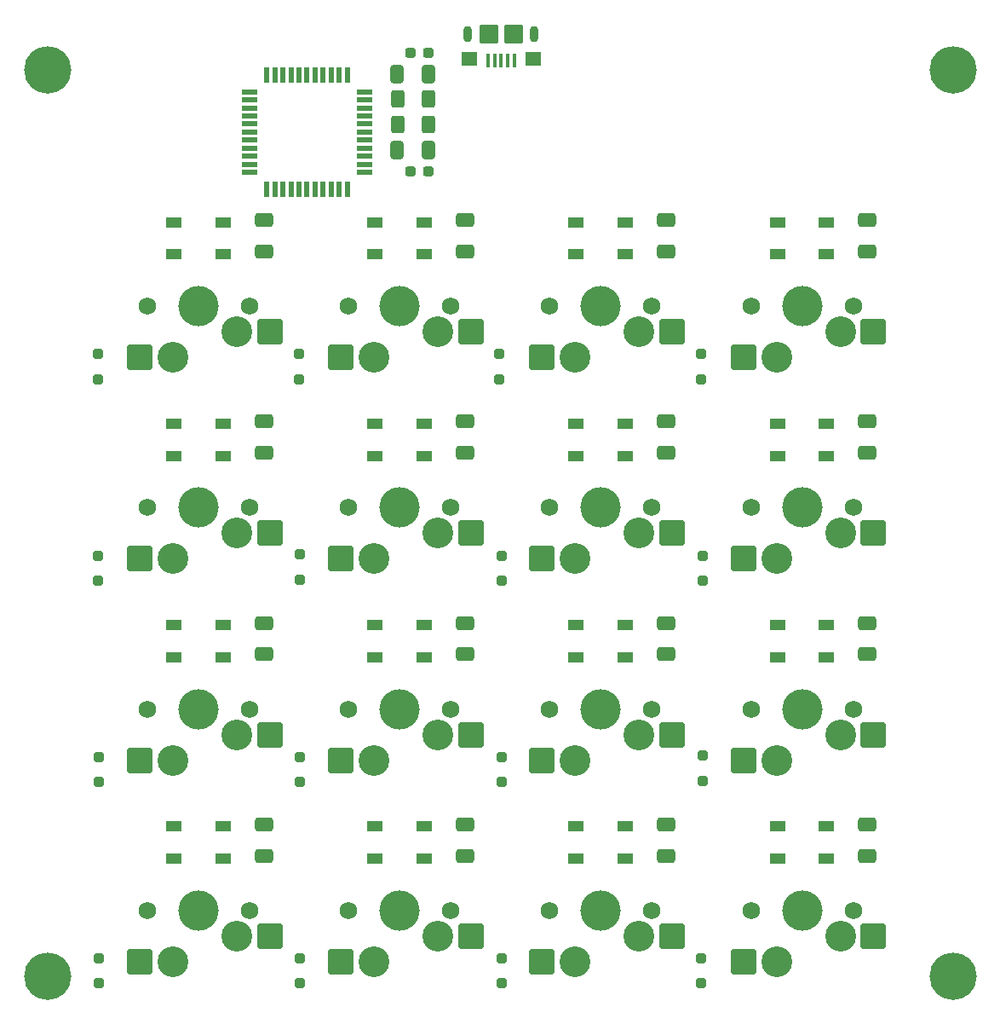
<source format=gbr>
%TF.GenerationSoftware,KiCad,Pcbnew,9.0.2*%
%TF.CreationDate,2025-06-23T15:12:23-04:00*%
%TF.ProjectId,MacroPad,4d616372-6f50-4616-942e-6b696361645f,rev?*%
%TF.SameCoordinates,Original*%
%TF.FileFunction,Soldermask,Bot*%
%TF.FilePolarity,Negative*%
%FSLAX46Y46*%
G04 Gerber Fmt 4.6, Leading zero omitted, Abs format (unit mm)*
G04 Created by KiCad (PCBNEW 9.0.2) date 2025-06-23 15:12:23*
%MOMM*%
%LPD*%
G01*
G04 APERTURE LIST*
G04 Aperture macros list*
%AMRoundRect*
0 Rectangle with rounded corners*
0 $1 Rounding radius*
0 $2 $3 $4 $5 $6 $7 $8 $9 X,Y pos of 4 corners*
0 Add a 4 corners polygon primitive as box body*
4,1,4,$2,$3,$4,$5,$6,$7,$8,$9,$2,$3,0*
0 Add four circle primitives for the rounded corners*
1,1,$1+$1,$2,$3*
1,1,$1+$1,$4,$5*
1,1,$1+$1,$6,$7*
1,1,$1+$1,$8,$9*
0 Add four rect primitives between the rounded corners*
20,1,$1+$1,$2,$3,$4,$5,0*
20,1,$1+$1,$4,$5,$6,$7,0*
20,1,$1+$1,$6,$7,$8,$9,0*
20,1,$1+$1,$8,$9,$2,$3,0*%
G04 Aperture macros list end*
%ADD10C,1.750000*%
%ADD11C,3.050000*%
%ADD12C,4.000000*%
%ADD13RoundRect,0.250000X1.025000X1.000000X-1.025000X1.000000X-1.025000X-1.000000X1.025000X-1.000000X0*%
%ADD14R,1.500000X1.000000*%
%ADD15RoundRect,0.100000X-0.100000X-0.575000X0.100000X-0.575000X0.100000X0.575000X-0.100000X0.575000X0*%
%ADD16O,0.900000X1.600000*%
%ADD17RoundRect,0.250000X-0.550000X-0.450000X0.550000X-0.450000X0.550000X0.450000X-0.550000X0.450000X0*%
%ADD18RoundRect,0.250000X-0.700000X-0.700000X0.700000X-0.700000X0.700000X0.700000X-0.700000X0.700000X0*%
%ADD19C,4.700000*%
%ADD20RoundRect,0.250000X-0.650000X0.412500X-0.650000X-0.412500X0.650000X-0.412500X0.650000X0.412500X0*%
%ADD21RoundRect,0.250000X0.250000X-0.250000X0.250000X0.250000X-0.250000X0.250000X-0.250000X-0.250000X0*%
%ADD22RoundRect,0.250000X0.412500X0.650000X-0.412500X0.650000X-0.412500X-0.650000X0.412500X-0.650000X0*%
%ADD23RoundRect,0.237500X-0.287500X-0.237500X0.287500X-0.237500X0.287500X0.237500X-0.287500X0.237500X0*%
%ADD24RoundRect,0.250000X0.400000X0.625000X-0.400000X0.625000X-0.400000X-0.625000X0.400000X-0.625000X0*%
%ADD25R,1.500000X0.550000*%
%ADD26R,0.550000X1.500000*%
G04 APERTURE END LIST*
D10*
%TO.C,KEY8*%
X85080000Y-113500000D03*
D11*
X83810000Y-116040000D03*
D12*
X80000000Y-113500000D03*
D11*
X77460000Y-118580000D03*
D10*
X74920000Y-113500000D03*
D13*
X87085000Y-116040000D03*
X74158000Y-118580000D03*
%TD*%
D14*
%TO.C,LED11*%
X97550000Y-85150000D03*
X97550000Y-88350000D03*
X102450000Y-88350000D03*
X102450000Y-85150000D03*
%TD*%
D10*
%TO.C,KEY10*%
X125080000Y-93500000D03*
D11*
X123810000Y-96040000D03*
D12*
X120000000Y-93500000D03*
D11*
X117460000Y-98580000D03*
D10*
X114920000Y-93500000D03*
D13*
X127085000Y-96040000D03*
X114158000Y-98580000D03*
%TD*%
D14*
%TO.C,LED15*%
X97550000Y-65150000D03*
X97550000Y-68350000D03*
X102450000Y-68350000D03*
X102450000Y-65150000D03*
%TD*%
D15*
%TO.C,J5*%
X108800000Y-49125000D03*
X109450000Y-49125000D03*
X110100000Y-49125001D03*
X110750000Y-49125000D03*
X111400000Y-49125000D03*
D16*
X106800001Y-46450000D03*
D17*
X106900000Y-48900000D03*
D18*
X108900000Y-46450000D03*
X111300000Y-46450000D03*
D17*
X113300000Y-48900000D03*
D16*
X113399999Y-46450000D03*
%TD*%
D10*
%TO.C,KEY2*%
X125080000Y-133500000D03*
D11*
X123810000Y-136040000D03*
D12*
X120000000Y-133500000D03*
D11*
X117460000Y-138580000D03*
D10*
X114920000Y-133500000D03*
D13*
X127085000Y-136040000D03*
X114158000Y-138580000D03*
%TD*%
D10*
%TO.C,KEY1*%
X145080000Y-133500000D03*
D11*
X143810000Y-136040000D03*
D12*
X140000000Y-133500000D03*
D11*
X137460000Y-138580000D03*
D10*
X134920000Y-133500000D03*
D13*
X147085000Y-136040000D03*
X134158000Y-138580000D03*
%TD*%
D10*
%TO.C,KEY3*%
X105080000Y-133500000D03*
D11*
X103810000Y-136040000D03*
D12*
X100000000Y-133500000D03*
D11*
X97460000Y-138580000D03*
D10*
X94920000Y-133500000D03*
D13*
X107085000Y-136040000D03*
X94158000Y-138580000D03*
%TD*%
D10*
%TO.C,KEY7*%
X105080000Y-113500000D03*
D11*
X103810000Y-116040000D03*
D12*
X100000000Y-113500000D03*
D11*
X97460000Y-118580000D03*
D10*
X94920000Y-113500000D03*
D13*
X107085000Y-116040000D03*
X94158000Y-118580000D03*
%TD*%
D10*
%TO.C,KEY12*%
X85080000Y-93500000D03*
D11*
X83810000Y-96040000D03*
D12*
X80000000Y-93500000D03*
D11*
X77460000Y-98580000D03*
D10*
X74920000Y-93500000D03*
D13*
X87085000Y-96040000D03*
X74158000Y-98580000D03*
%TD*%
D10*
%TO.C,KEY13*%
X145080000Y-73500000D03*
D11*
X143810000Y-76040000D03*
D12*
X140000000Y-73500000D03*
D11*
X137460000Y-78580000D03*
D10*
X134920000Y-73500000D03*
D13*
X147085000Y-76040000D03*
X134158000Y-78580000D03*
%TD*%
D10*
%TO.C,KEY4*%
X85080000Y-133500000D03*
D11*
X83810000Y-136040000D03*
D12*
X80000000Y-133500000D03*
D11*
X77460000Y-138580000D03*
D10*
X74920000Y-133500000D03*
D13*
X87085000Y-136040000D03*
X74158000Y-138580000D03*
%TD*%
D14*
%TO.C,LED2*%
X117550000Y-125150000D03*
X117550000Y-128350000D03*
X122450000Y-128350000D03*
X122450000Y-125150000D03*
%TD*%
D19*
%TO.C,H1*%
X65000000Y-50000000D03*
%TD*%
D10*
%TO.C,KEY11*%
X105080000Y-93500000D03*
D11*
X103810000Y-96040000D03*
D12*
X100000000Y-93500000D03*
D11*
X97460000Y-98580000D03*
D10*
X94920000Y-93500000D03*
D13*
X107085000Y-96040000D03*
X94158000Y-98580000D03*
%TD*%
D10*
%TO.C,KEY15*%
X105080000Y-73500000D03*
D11*
X103810000Y-76040000D03*
D12*
X100000000Y-73500000D03*
D11*
X97460000Y-78580000D03*
D10*
X94920000Y-73500000D03*
D13*
X107085000Y-76040000D03*
X94158000Y-78580000D03*
%TD*%
D14*
%TO.C,LED12*%
X77550000Y-85150000D03*
X77550000Y-88350000D03*
X82450000Y-88350000D03*
X82450000Y-85150000D03*
%TD*%
D10*
%TO.C,KEY6*%
X125080000Y-113500000D03*
D11*
X123810000Y-116040000D03*
D12*
X120000000Y-113500000D03*
D11*
X117460000Y-118580000D03*
D10*
X114920000Y-113500000D03*
D13*
X127085000Y-116040000D03*
X114158000Y-118580000D03*
%TD*%
D19*
%TO.C,H3*%
X155000000Y-140000000D03*
%TD*%
%TO.C,H4*%
X65000000Y-140000000D03*
%TD*%
%TO.C,H2*%
X155000000Y-50000000D03*
%TD*%
D14*
%TO.C,LED9*%
X137550000Y-85150000D03*
X137550000Y-88350000D03*
X142450000Y-88350000D03*
X142450000Y-85150000D03*
%TD*%
%TO.C,LED14*%
X117550000Y-65150000D03*
X117550000Y-68350000D03*
X122450000Y-68350000D03*
X122450000Y-65150000D03*
%TD*%
D10*
%TO.C,KEY16*%
X85080000Y-73500000D03*
D11*
X83810000Y-76040000D03*
D12*
X80000000Y-73500000D03*
D11*
X77460000Y-78580000D03*
D10*
X74920000Y-73500000D03*
D13*
X87085000Y-76040000D03*
X74158000Y-78580000D03*
%TD*%
D14*
%TO.C,LED7*%
X97550000Y-105150000D03*
X97550000Y-108350000D03*
X102450000Y-108350000D03*
X102450000Y-105150000D03*
%TD*%
%TO.C,LED4*%
X77550000Y-125150000D03*
X77550000Y-128350000D03*
X82450000Y-128350000D03*
X82450000Y-125150000D03*
%TD*%
D10*
%TO.C,KEY9*%
X145080000Y-93500000D03*
D11*
X143810000Y-96040000D03*
D12*
X140000000Y-93500000D03*
D11*
X137460000Y-98580000D03*
D10*
X134920000Y-93500000D03*
D13*
X147085000Y-96040000D03*
X134158000Y-98580000D03*
%TD*%
D10*
%TO.C,KEY5*%
X145080000Y-113500000D03*
D11*
X143810000Y-116040000D03*
D12*
X140000000Y-113500000D03*
D11*
X137460000Y-118580000D03*
D10*
X134920000Y-113500000D03*
D13*
X147085000Y-116040000D03*
X134158000Y-118580000D03*
%TD*%
D14*
%TO.C,LED10*%
X117550000Y-85150000D03*
X117550000Y-88350000D03*
X122450000Y-88350000D03*
X122450000Y-85150000D03*
%TD*%
%TO.C,LED1*%
X137550000Y-125150000D03*
X137550000Y-128350000D03*
X142450000Y-128350000D03*
X142450000Y-125150000D03*
%TD*%
%TO.C,LED5*%
X137550000Y-105150000D03*
X137550000Y-108350000D03*
X142450000Y-108350000D03*
X142450000Y-105150000D03*
%TD*%
%TO.C,LED8*%
X77550000Y-105150000D03*
X77550000Y-108350000D03*
X82450000Y-108350000D03*
X82450000Y-105150000D03*
%TD*%
%TO.C,LED16*%
X77550000Y-65150000D03*
X77550000Y-68350000D03*
X82450000Y-68350000D03*
X82450000Y-65150000D03*
%TD*%
%TO.C,LED3*%
X97550000Y-125150000D03*
X97550000Y-128350000D03*
X102450000Y-128350000D03*
X102450000Y-125150000D03*
%TD*%
%TO.C,LED6*%
X117550000Y-105150000D03*
X117550000Y-108350000D03*
X122450000Y-108350000D03*
X122450000Y-105150000D03*
%TD*%
%TO.C,LED13*%
X137550000Y-65150000D03*
X137550000Y-68350000D03*
X142450000Y-68350000D03*
X142450000Y-65150000D03*
%TD*%
D10*
%TO.C,KEY14*%
X125080000Y-73500000D03*
D11*
X123810000Y-76040000D03*
D12*
X120000000Y-73500000D03*
D11*
X117460000Y-78580000D03*
D10*
X114920000Y-73500000D03*
D13*
X127085000Y-76040000D03*
X114158000Y-78580000D03*
%TD*%
D20*
%TO.C,LEDC7*%
X106500000Y-104937500D03*
X106500000Y-108062500D03*
%TD*%
%TO.C,LEDC13*%
X146500000Y-64937500D03*
X146500000Y-68062500D03*
%TD*%
D21*
%TO.C,KEYD9*%
X130123000Y-100750000D03*
X130123000Y-98250000D03*
%TD*%
%TO.C,KEYD12*%
X70052000Y-100750000D03*
X70052000Y-98250000D03*
%TD*%
D22*
%TO.C,C3*%
X102867000Y-50461000D03*
X99742000Y-50461000D03*
%TD*%
D20*
%TO.C,LEDC2*%
X126500000Y-124937500D03*
X126500000Y-128062500D03*
%TD*%
%TO.C,LEDC16*%
X86500000Y-64937500D03*
X86500000Y-68062500D03*
%TD*%
%TO.C,LEDC12*%
X86500000Y-84937500D03*
X86500000Y-88062500D03*
%TD*%
%TO.C,LEDC9*%
X146500000Y-84937500D03*
X146500000Y-88062500D03*
%TD*%
D23*
%TO.C,D1*%
X101117000Y-60113000D03*
X102867000Y-60113000D03*
%TD*%
D21*
%TO.C,KEYD8*%
X70135000Y-120750000D03*
X70135000Y-118250000D03*
%TD*%
D20*
%TO.C,LEDC5*%
X146500000Y-104937500D03*
X146500000Y-108062500D03*
%TD*%
D21*
%TO.C,KEYD16*%
X70000000Y-80750000D03*
X70000000Y-78250000D03*
%TD*%
D20*
%TO.C,LEDC4*%
X86500000Y-124937500D03*
X86500000Y-128062500D03*
%TD*%
D21*
%TO.C,KEYD11*%
X90118000Y-100625000D03*
X90118000Y-98125000D03*
%TD*%
D24*
%TO.C,R4*%
X102900000Y-52950000D03*
X99800000Y-52950000D03*
%TD*%
D20*
%TO.C,LEDC8*%
X86500000Y-104937500D03*
X86500000Y-108062500D03*
%TD*%
%TO.C,LEDC11*%
X106500000Y-84937500D03*
X106500000Y-88062500D03*
%TD*%
D21*
%TO.C,KEYD15*%
X89983000Y-80750000D03*
X89983000Y-78250000D03*
%TD*%
D23*
%TO.C,D2*%
X101117000Y-48302000D03*
X102867000Y-48302000D03*
%TD*%
D20*
%TO.C,LEDC3*%
X106500000Y-124937500D03*
X106500000Y-128062500D03*
%TD*%
%TO.C,LEDC14*%
X126500000Y-64937500D03*
X126500000Y-68062500D03*
%TD*%
%TO.C,LEDC6*%
X126500000Y-104937500D03*
X126500000Y-108062500D03*
%TD*%
%TO.C,LEDC15*%
X106500000Y-64937500D03*
X106500000Y-68062500D03*
%TD*%
D24*
%TO.C,R3*%
X102900000Y-55414000D03*
X99800000Y-55414000D03*
%TD*%
D21*
%TO.C,KEYD1*%
X130000000Y-140750000D03*
X130000000Y-138250000D03*
%TD*%
%TO.C,KEYD2*%
X110184000Y-140750000D03*
X110184000Y-138250000D03*
%TD*%
%TO.C,KEYD14*%
X109922000Y-80750000D03*
X109922000Y-78250000D03*
%TD*%
%TO.C,KEYD6*%
X110184000Y-120750000D03*
X110184000Y-118250000D03*
%TD*%
D25*
%TO.C,U1*%
X96500000Y-52200000D03*
X96500000Y-53000000D03*
X96500000Y-53800000D03*
X96500000Y-54600000D03*
X96500000Y-55400000D03*
X96500000Y-56200000D03*
X96500000Y-57000000D03*
X96500000Y-57800000D03*
X96500000Y-58600000D03*
X96500000Y-59400000D03*
X96500000Y-60200000D03*
D26*
X94800000Y-61900000D03*
X94000000Y-61900000D03*
X93200000Y-61900000D03*
X92400000Y-61900000D03*
X91600000Y-61900000D03*
X90800000Y-61900000D03*
X90000000Y-61900000D03*
X89200000Y-61900000D03*
X88400000Y-61900000D03*
X87600000Y-61900000D03*
X86800000Y-61900000D03*
D25*
X85100000Y-60200000D03*
X85100000Y-59400000D03*
X85100000Y-58600000D03*
X85100000Y-57800000D03*
X85100000Y-57000000D03*
X85100000Y-56200000D03*
X85100000Y-55400000D03*
X85100000Y-54600000D03*
X85100000Y-53800000D03*
X85100000Y-53000000D03*
X85100000Y-52200000D03*
D26*
X86800000Y-50500000D03*
X87600000Y-50500000D03*
X88400000Y-50500000D03*
X89200000Y-50500000D03*
X90000000Y-50500000D03*
X90800000Y-50500000D03*
X91600000Y-50500000D03*
X92400000Y-50500000D03*
X93200000Y-50500000D03*
X94000000Y-50500000D03*
X94800000Y-50500000D03*
%TD*%
D20*
%TO.C,LEDC10*%
X126500000Y-84937500D03*
X126500000Y-88062500D03*
%TD*%
D21*
%TO.C,KEYD13*%
X130000000Y-80750000D03*
X130000000Y-78250000D03*
%TD*%
%TO.C,KEYD7*%
X90118000Y-120750000D03*
X90118000Y-118250000D03*
%TD*%
%TO.C,KEYD4*%
X70135000Y-140750000D03*
X70135000Y-138250000D03*
%TD*%
%TO.C,KEYD5*%
X130123000Y-120625000D03*
X130123000Y-118125000D03*
%TD*%
D22*
%TO.C,C1*%
X102867000Y-57954000D03*
X99742000Y-57954000D03*
%TD*%
D21*
%TO.C,KEYD3*%
X90118000Y-140750000D03*
X90118000Y-138250000D03*
%TD*%
D20*
%TO.C,LEDC1*%
X146500000Y-124937500D03*
X146500000Y-128062500D03*
%TD*%
D21*
%TO.C,KEYD10*%
X110135000Y-100750000D03*
X110135000Y-98250000D03*
%TD*%
M02*

</source>
